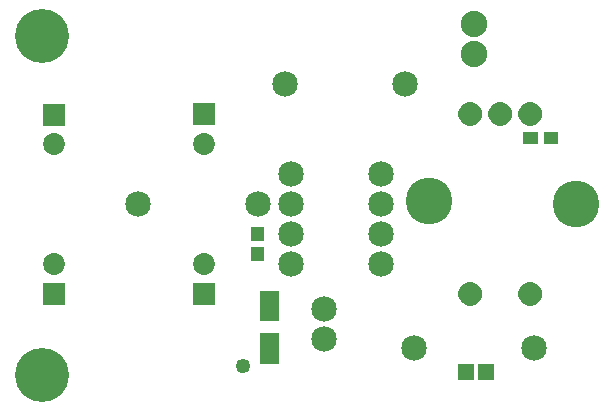
<source format=gts>
G04 MADE WITH FRITZING*
G04 WWW.FRITZING.ORG*
G04 DOUBLE SIDED*
G04 HOLES PLATED*
G04 CONTOUR ON CENTER OF CONTOUR VECTOR*
%ASAXBY*%
%FSLAX23Y23*%
%MOIN*%
%OFA0B0*%
%SFA1.0B1.0*%
%ADD10C,0.085000*%
%ADD11C,0.155669*%
%ADD12C,0.049370*%
%ADD13C,0.072992*%
%ADD14C,0.180000*%
%ADD15C,0.088000*%
%ADD16R,0.057244X0.053307*%
%ADD17R,0.072992X0.072992*%
%ADD18C,0.010000*%
%ADD19C,0.030000*%
%ADD20R,0.001000X0.001000*%
%LNMASK1*%
G90*
G70*
G54D10*
X919Y1157D03*
X1319Y1157D03*
X1750Y277D03*
X1350Y277D03*
X829Y757D03*
X429Y757D03*
G54D11*
X1399Y767D03*
X1889Y757D03*
G54D10*
X1050Y307D03*
X1050Y407D03*
G54D12*
X779Y217D03*
G54D13*
X650Y458D03*
X650Y557D03*
X650Y458D03*
X650Y557D03*
X150Y458D03*
X150Y557D03*
X150Y458D03*
X150Y557D03*
X651Y1056D03*
X651Y958D03*
X651Y1056D03*
X651Y958D03*
X150Y1055D03*
X150Y957D03*
X150Y1055D03*
X150Y957D03*
G54D14*
X110Y1317D03*
X109Y187D03*
G54D10*
X1239Y557D03*
X939Y557D03*
X1239Y657D03*
X939Y657D03*
X1239Y757D03*
X939Y757D03*
X1239Y857D03*
X939Y857D03*
G54D15*
X1550Y1257D03*
X1550Y1357D03*
G54D16*
X1589Y197D03*
X1522Y197D03*
G54D17*
X650Y458D03*
X650Y458D03*
X150Y458D03*
X150Y458D03*
X651Y1056D03*
X651Y1056D03*
X150Y1055D03*
X150Y1055D03*
G54D18*
G36*
X1782Y956D02*
X1782Y999D01*
X1830Y999D01*
X1830Y956D01*
X1782Y956D01*
G37*
D02*
G36*
X1715Y956D02*
X1715Y999D01*
X1763Y999D01*
X1763Y956D01*
X1715Y956D01*
G37*
D02*
G36*
X851Y634D02*
X807Y634D01*
X807Y681D01*
X851Y681D01*
X851Y634D01*
G37*
D02*
G36*
X851Y567D02*
X807Y567D01*
X807Y614D01*
X851Y614D01*
X851Y567D01*
G37*
D02*
G54D19*
G36*
X1022Y334D02*
X1077Y334D01*
X1077Y279D01*
X1022Y279D01*
X1022Y334D01*
G37*
D02*
G54D18*
G36*
X837Y327D02*
X900Y327D01*
X900Y224D01*
X837Y224D01*
X837Y327D01*
G37*
D02*
G36*
X837Y468D02*
X900Y468D01*
X900Y366D01*
X837Y366D01*
X837Y468D01*
G37*
D02*
G54D19*
G36*
X1211Y530D02*
X1211Y585D01*
X1266Y585D01*
X1266Y530D01*
X1211Y530D01*
G37*
D02*
G36*
X1521Y1228D02*
X1521Y1286D01*
X1579Y1286D01*
X1579Y1228D01*
X1521Y1228D01*
G37*
D02*
G54D20*
X1533Y1097D02*
X1543Y1097D01*
X1633Y1097D02*
X1643Y1097D01*
X1733Y1097D02*
X1743Y1097D01*
X1529Y1096D02*
X1547Y1096D01*
X1629Y1096D02*
X1647Y1096D01*
X1728Y1096D02*
X1747Y1096D01*
X1526Y1095D02*
X1550Y1095D01*
X1626Y1095D02*
X1650Y1095D01*
X1726Y1095D02*
X1750Y1095D01*
X1523Y1094D02*
X1552Y1094D01*
X1623Y1094D02*
X1652Y1094D01*
X1723Y1094D02*
X1752Y1094D01*
X1521Y1093D02*
X1554Y1093D01*
X1621Y1093D02*
X1654Y1093D01*
X1721Y1093D02*
X1754Y1093D01*
X1520Y1092D02*
X1556Y1092D01*
X1620Y1092D02*
X1656Y1092D01*
X1720Y1092D02*
X1756Y1092D01*
X1518Y1091D02*
X1557Y1091D01*
X1618Y1091D02*
X1657Y1091D01*
X1718Y1091D02*
X1757Y1091D01*
X1517Y1090D02*
X1559Y1090D01*
X1617Y1090D02*
X1659Y1090D01*
X1717Y1090D02*
X1759Y1090D01*
X1515Y1089D02*
X1560Y1089D01*
X1615Y1089D02*
X1660Y1089D01*
X1715Y1089D02*
X1760Y1089D01*
X1514Y1088D02*
X1561Y1088D01*
X1614Y1088D02*
X1661Y1088D01*
X1714Y1088D02*
X1761Y1088D01*
X1513Y1087D02*
X1563Y1087D01*
X1613Y1087D02*
X1663Y1087D01*
X1713Y1087D02*
X1762Y1087D01*
X1512Y1086D02*
X1564Y1086D01*
X1612Y1086D02*
X1664Y1086D01*
X1712Y1086D02*
X1764Y1086D01*
X1511Y1085D02*
X1565Y1085D01*
X1611Y1085D02*
X1665Y1085D01*
X1711Y1085D02*
X1765Y1085D01*
X1510Y1084D02*
X1566Y1084D01*
X1610Y1084D02*
X1666Y1084D01*
X1710Y1084D02*
X1766Y1084D01*
X1509Y1083D02*
X1567Y1083D01*
X1609Y1083D02*
X1667Y1083D01*
X1709Y1083D02*
X1766Y1083D01*
X1508Y1082D02*
X1567Y1082D01*
X1608Y1082D02*
X1667Y1082D01*
X1708Y1082D02*
X1767Y1082D01*
X1507Y1081D02*
X1568Y1081D01*
X1607Y1081D02*
X1668Y1081D01*
X1707Y1081D02*
X1768Y1081D01*
X1506Y1080D02*
X1569Y1080D01*
X1606Y1080D02*
X1669Y1080D01*
X1706Y1080D02*
X1769Y1080D01*
X1506Y1079D02*
X1570Y1079D01*
X1606Y1079D02*
X1670Y1079D01*
X1706Y1079D02*
X1770Y1079D01*
X1505Y1078D02*
X1570Y1078D01*
X1605Y1078D02*
X1670Y1078D01*
X1705Y1078D02*
X1770Y1078D01*
X1504Y1077D02*
X1571Y1077D01*
X1604Y1077D02*
X1671Y1077D01*
X1704Y1077D02*
X1771Y1077D01*
X1504Y1076D02*
X1572Y1076D01*
X1604Y1076D02*
X1672Y1076D01*
X1704Y1076D02*
X1772Y1076D01*
X1503Y1075D02*
X1572Y1075D01*
X1603Y1075D02*
X1672Y1075D01*
X1703Y1075D02*
X1772Y1075D01*
X1503Y1074D02*
X1573Y1074D01*
X1603Y1074D02*
X1673Y1074D01*
X1702Y1074D02*
X1773Y1074D01*
X1502Y1073D02*
X1573Y1073D01*
X1602Y1073D02*
X1673Y1073D01*
X1702Y1073D02*
X1773Y1073D01*
X1502Y1072D02*
X1574Y1072D01*
X1602Y1072D02*
X1674Y1072D01*
X1701Y1072D02*
X1774Y1072D01*
X1501Y1071D02*
X1574Y1071D01*
X1601Y1071D02*
X1674Y1071D01*
X1701Y1071D02*
X1774Y1071D01*
X1501Y1070D02*
X1575Y1070D01*
X1601Y1070D02*
X1675Y1070D01*
X1701Y1070D02*
X1775Y1070D01*
X1500Y1069D02*
X1575Y1069D01*
X1600Y1069D02*
X1675Y1069D01*
X1700Y1069D02*
X1775Y1069D01*
X1500Y1068D02*
X1575Y1068D01*
X1600Y1068D02*
X1675Y1068D01*
X1700Y1068D02*
X1775Y1068D01*
X1500Y1067D02*
X1576Y1067D01*
X1600Y1067D02*
X1676Y1067D01*
X1700Y1067D02*
X1776Y1067D01*
X1499Y1066D02*
X1576Y1066D01*
X1599Y1066D02*
X1676Y1066D01*
X1699Y1066D02*
X1776Y1066D01*
X1499Y1065D02*
X1576Y1065D01*
X1599Y1065D02*
X1676Y1065D01*
X1699Y1065D02*
X1776Y1065D01*
X1499Y1064D02*
X1577Y1064D01*
X1599Y1064D02*
X1676Y1064D01*
X1699Y1064D02*
X1776Y1064D01*
X1499Y1063D02*
X1577Y1063D01*
X1599Y1063D02*
X1677Y1063D01*
X1699Y1063D02*
X1777Y1063D01*
X1499Y1062D02*
X1577Y1062D01*
X1599Y1062D02*
X1677Y1062D01*
X1698Y1062D02*
X1777Y1062D01*
X1498Y1061D02*
X1577Y1061D01*
X1598Y1061D02*
X1677Y1061D01*
X1698Y1061D02*
X1777Y1061D01*
X1498Y1060D02*
X1577Y1060D01*
X1598Y1060D02*
X1677Y1060D01*
X1698Y1060D02*
X1777Y1060D01*
X1498Y1059D02*
X1577Y1059D01*
X1598Y1059D02*
X1677Y1059D01*
X1698Y1059D02*
X1777Y1059D01*
X1498Y1058D02*
X1577Y1058D01*
X1598Y1058D02*
X1677Y1058D01*
X1698Y1058D02*
X1777Y1058D01*
X1498Y1057D02*
X1577Y1057D01*
X1598Y1057D02*
X1677Y1057D01*
X1698Y1057D02*
X1777Y1057D01*
X1498Y1056D02*
X1577Y1056D01*
X1598Y1056D02*
X1677Y1056D01*
X1698Y1056D02*
X1777Y1056D01*
X1498Y1055D02*
X1577Y1055D01*
X1598Y1055D02*
X1677Y1055D01*
X1698Y1055D02*
X1777Y1055D01*
X1498Y1054D02*
X1577Y1054D01*
X1598Y1054D02*
X1677Y1054D01*
X1698Y1054D02*
X1777Y1054D01*
X1499Y1053D02*
X1577Y1053D01*
X1599Y1053D02*
X1677Y1053D01*
X1698Y1053D02*
X1777Y1053D01*
X1499Y1052D02*
X1577Y1052D01*
X1599Y1052D02*
X1677Y1052D01*
X1699Y1052D02*
X1777Y1052D01*
X1499Y1051D02*
X1577Y1051D01*
X1599Y1051D02*
X1676Y1051D01*
X1699Y1051D02*
X1776Y1051D01*
X1499Y1050D02*
X1576Y1050D01*
X1599Y1050D02*
X1676Y1050D01*
X1699Y1050D02*
X1776Y1050D01*
X1499Y1049D02*
X1576Y1049D01*
X1599Y1049D02*
X1676Y1049D01*
X1699Y1049D02*
X1776Y1049D01*
X1500Y1048D02*
X1576Y1048D01*
X1600Y1048D02*
X1676Y1048D01*
X1700Y1048D02*
X1776Y1048D01*
X1500Y1047D02*
X1575Y1047D01*
X1600Y1047D02*
X1675Y1047D01*
X1700Y1047D02*
X1775Y1047D01*
X1500Y1046D02*
X1575Y1046D01*
X1600Y1046D02*
X1675Y1046D01*
X1700Y1046D02*
X1775Y1046D01*
X1501Y1045D02*
X1575Y1045D01*
X1601Y1045D02*
X1675Y1045D01*
X1701Y1045D02*
X1775Y1045D01*
X1501Y1044D02*
X1574Y1044D01*
X1601Y1044D02*
X1674Y1044D01*
X1701Y1044D02*
X1774Y1044D01*
X1502Y1043D02*
X1574Y1043D01*
X1602Y1043D02*
X1674Y1043D01*
X1701Y1043D02*
X1774Y1043D01*
X1502Y1042D02*
X1573Y1042D01*
X1602Y1042D02*
X1673Y1042D01*
X1702Y1042D02*
X1773Y1042D01*
X1503Y1041D02*
X1573Y1041D01*
X1603Y1041D02*
X1673Y1041D01*
X1702Y1041D02*
X1773Y1041D01*
X1503Y1040D02*
X1572Y1040D01*
X1603Y1040D02*
X1672Y1040D01*
X1703Y1040D02*
X1772Y1040D01*
X1504Y1039D02*
X1572Y1039D01*
X1604Y1039D02*
X1672Y1039D01*
X1704Y1039D02*
X1772Y1039D01*
X1504Y1038D02*
X1571Y1038D01*
X1604Y1038D02*
X1671Y1038D01*
X1704Y1038D02*
X1771Y1038D01*
X1505Y1037D02*
X1570Y1037D01*
X1605Y1037D02*
X1670Y1037D01*
X1705Y1037D02*
X1770Y1037D01*
X1506Y1036D02*
X1570Y1036D01*
X1606Y1036D02*
X1670Y1036D01*
X1706Y1036D02*
X1770Y1036D01*
X1506Y1035D02*
X1569Y1035D01*
X1606Y1035D02*
X1669Y1035D01*
X1706Y1035D02*
X1769Y1035D01*
X1507Y1034D02*
X1568Y1034D01*
X1607Y1034D02*
X1668Y1034D01*
X1707Y1034D02*
X1768Y1034D01*
X1508Y1033D02*
X1567Y1033D01*
X1608Y1033D02*
X1667Y1033D01*
X1708Y1033D02*
X1767Y1033D01*
X1509Y1032D02*
X1567Y1032D01*
X1609Y1032D02*
X1667Y1032D01*
X1709Y1032D02*
X1766Y1032D01*
X1510Y1031D02*
X1566Y1031D01*
X1610Y1031D02*
X1666Y1031D01*
X1710Y1031D02*
X1766Y1031D01*
X1511Y1030D02*
X1565Y1030D01*
X1611Y1030D02*
X1665Y1030D01*
X1711Y1030D02*
X1765Y1030D01*
X1512Y1029D02*
X1564Y1029D01*
X1612Y1029D02*
X1664Y1029D01*
X1712Y1029D02*
X1764Y1029D01*
X1513Y1028D02*
X1563Y1028D01*
X1613Y1028D02*
X1663Y1028D01*
X1713Y1028D02*
X1762Y1028D01*
X1514Y1027D02*
X1561Y1027D01*
X1614Y1027D02*
X1661Y1027D01*
X1714Y1027D02*
X1761Y1027D01*
X1515Y1026D02*
X1560Y1026D01*
X1615Y1026D02*
X1660Y1026D01*
X1715Y1026D02*
X1760Y1026D01*
X1517Y1025D02*
X1559Y1025D01*
X1617Y1025D02*
X1659Y1025D01*
X1717Y1025D02*
X1759Y1025D01*
X1518Y1024D02*
X1557Y1024D01*
X1618Y1024D02*
X1657Y1024D01*
X1718Y1024D02*
X1757Y1024D01*
X1520Y1023D02*
X1556Y1023D01*
X1620Y1023D02*
X1656Y1023D01*
X1720Y1023D02*
X1756Y1023D01*
X1521Y1022D02*
X1554Y1022D01*
X1621Y1022D02*
X1654Y1022D01*
X1721Y1022D02*
X1754Y1022D01*
X1523Y1021D02*
X1552Y1021D01*
X1623Y1021D02*
X1652Y1021D01*
X1723Y1021D02*
X1752Y1021D01*
X1526Y1020D02*
X1550Y1020D01*
X1626Y1020D02*
X1650Y1020D01*
X1726Y1020D02*
X1750Y1020D01*
X1529Y1019D02*
X1547Y1019D01*
X1629Y1019D02*
X1647Y1019D01*
X1728Y1019D02*
X1747Y1019D01*
X1533Y1018D02*
X1543Y1018D01*
X1633Y1018D02*
X1643Y1018D01*
X1733Y1018D02*
X1743Y1018D01*
X1532Y497D02*
X1544Y497D01*
X1731Y497D02*
X1744Y497D01*
X1528Y496D02*
X1548Y496D01*
X1728Y496D02*
X1747Y496D01*
X1525Y495D02*
X1550Y495D01*
X1725Y495D02*
X1750Y495D01*
X1523Y494D02*
X1552Y494D01*
X1723Y494D02*
X1752Y494D01*
X1521Y493D02*
X1554Y493D01*
X1721Y493D02*
X1754Y493D01*
X1519Y492D02*
X1556Y492D01*
X1719Y492D02*
X1756Y492D01*
X1518Y491D02*
X1558Y491D01*
X1718Y491D02*
X1758Y491D01*
X1516Y490D02*
X1559Y490D01*
X1716Y490D02*
X1759Y490D01*
X1515Y489D02*
X1560Y489D01*
X1715Y489D02*
X1760Y489D01*
X1514Y488D02*
X1562Y488D01*
X1714Y488D02*
X1762Y488D01*
X1513Y487D02*
X1563Y487D01*
X1713Y487D02*
X1763Y487D01*
X1512Y486D02*
X1564Y486D01*
X1711Y486D02*
X1764Y486D01*
X1511Y485D02*
X1565Y485D01*
X1710Y485D02*
X1765Y485D01*
X1510Y484D02*
X1566Y484D01*
X1709Y484D02*
X1766Y484D01*
X1509Y483D02*
X1567Y483D01*
X1709Y483D02*
X1767Y483D01*
X1508Y482D02*
X1568Y482D01*
X1708Y482D02*
X1768Y482D01*
X1507Y481D02*
X1568Y481D01*
X1707Y481D02*
X1768Y481D01*
X1506Y480D02*
X1569Y480D01*
X1706Y480D02*
X1769Y480D01*
X1505Y479D02*
X1570Y479D01*
X1705Y479D02*
X1770Y479D01*
X1505Y478D02*
X1571Y478D01*
X1705Y478D02*
X1771Y478D01*
X1504Y477D02*
X1571Y477D01*
X1704Y477D02*
X1771Y477D01*
X1504Y476D02*
X1572Y476D01*
X1703Y476D02*
X1772Y476D01*
X1503Y475D02*
X1572Y475D01*
X1703Y475D02*
X1772Y475D01*
X1502Y474D02*
X1573Y474D01*
X1702Y474D02*
X1773Y474D01*
X1502Y473D02*
X1573Y473D01*
X1702Y473D02*
X1773Y473D01*
X1501Y472D02*
X1574Y472D01*
X1701Y472D02*
X1774Y472D01*
X1501Y471D02*
X1574Y471D01*
X1701Y471D02*
X1774Y471D01*
X1501Y470D02*
X1575Y470D01*
X1701Y470D02*
X1775Y470D01*
X1500Y469D02*
X1575Y469D01*
X1700Y469D02*
X1775Y469D01*
X1500Y468D02*
X1576Y468D01*
X1700Y468D02*
X1775Y468D01*
X1500Y467D02*
X1576Y467D01*
X1700Y467D02*
X1776Y467D01*
X1499Y466D02*
X1576Y466D01*
X1699Y466D02*
X1776Y466D01*
X1499Y465D02*
X1576Y465D01*
X1699Y465D02*
X1776Y465D01*
X1499Y464D02*
X1577Y464D01*
X1699Y464D02*
X1776Y464D01*
X1499Y463D02*
X1577Y463D01*
X1699Y463D02*
X1777Y463D01*
X1499Y462D02*
X1577Y462D01*
X1698Y462D02*
X1777Y462D01*
X1498Y461D02*
X1577Y461D01*
X1698Y461D02*
X1777Y461D01*
X1498Y460D02*
X1577Y460D01*
X1698Y460D02*
X1777Y460D01*
X1498Y459D02*
X1577Y459D01*
X1698Y459D02*
X1777Y459D01*
X1498Y458D02*
X1577Y458D01*
X1698Y458D02*
X1777Y458D01*
X1498Y457D02*
X1577Y457D01*
X1698Y457D02*
X1777Y457D01*
X1498Y456D02*
X1577Y456D01*
X1698Y456D02*
X1777Y456D01*
X1498Y455D02*
X1577Y455D01*
X1698Y455D02*
X1777Y455D01*
X1498Y454D02*
X1577Y454D01*
X1698Y454D02*
X1777Y454D01*
X1499Y453D02*
X1577Y453D01*
X1698Y453D02*
X1777Y453D01*
X1499Y452D02*
X1577Y452D01*
X1699Y452D02*
X1777Y452D01*
X1499Y451D02*
X1576Y451D01*
X1699Y451D02*
X1776Y451D01*
X1499Y450D02*
X1576Y450D01*
X1699Y450D02*
X1776Y450D01*
X1499Y449D02*
X1576Y449D01*
X1699Y449D02*
X1776Y449D01*
X1500Y448D02*
X1576Y448D01*
X1700Y448D02*
X1776Y448D01*
X1500Y447D02*
X1575Y447D01*
X1700Y447D02*
X1775Y447D01*
X1500Y446D02*
X1575Y446D01*
X1700Y446D02*
X1775Y446D01*
X1501Y445D02*
X1575Y445D01*
X1701Y445D02*
X1775Y445D01*
X1501Y444D02*
X1574Y444D01*
X1701Y444D02*
X1774Y444D01*
X1502Y443D02*
X1574Y443D01*
X1702Y443D02*
X1774Y443D01*
X1502Y442D02*
X1573Y442D01*
X1702Y442D02*
X1773Y442D01*
X1503Y441D02*
X1573Y441D01*
X1703Y441D02*
X1773Y441D01*
X1503Y440D02*
X1572Y440D01*
X1703Y440D02*
X1772Y440D01*
X1504Y439D02*
X1572Y439D01*
X1704Y439D02*
X1772Y439D01*
X1504Y438D02*
X1571Y438D01*
X1704Y438D02*
X1771Y438D01*
X1505Y437D02*
X1570Y437D01*
X1705Y437D02*
X1770Y437D01*
X1506Y436D02*
X1570Y436D01*
X1706Y436D02*
X1770Y436D01*
X1507Y435D02*
X1569Y435D01*
X1706Y435D02*
X1769Y435D01*
X1507Y434D02*
X1568Y434D01*
X1707Y434D02*
X1768Y434D01*
X1508Y433D02*
X1567Y433D01*
X1708Y433D02*
X1767Y433D01*
X1509Y432D02*
X1566Y432D01*
X1709Y432D02*
X1766Y432D01*
X1510Y431D02*
X1565Y431D01*
X1710Y431D02*
X1765Y431D01*
X1511Y430D02*
X1564Y430D01*
X1711Y430D02*
X1764Y430D01*
X1512Y429D02*
X1563Y429D01*
X1712Y429D02*
X1763Y429D01*
X1513Y428D02*
X1562Y428D01*
X1713Y428D02*
X1762Y428D01*
X1514Y427D02*
X1561Y427D01*
X1714Y427D02*
X1761Y427D01*
X1516Y426D02*
X1560Y426D01*
X1715Y426D02*
X1760Y426D01*
X1517Y425D02*
X1559Y425D01*
X1717Y425D02*
X1758Y425D01*
X1518Y424D02*
X1557Y424D01*
X1718Y424D02*
X1757Y424D01*
X1520Y423D02*
X1555Y423D01*
X1720Y423D02*
X1755Y423D01*
X1522Y422D02*
X1554Y422D01*
X1722Y422D02*
X1753Y422D01*
X1524Y421D02*
X1552Y421D01*
X1724Y421D02*
X1751Y421D01*
X1526Y420D02*
X1549Y420D01*
X1726Y420D02*
X1749Y420D01*
X1529Y419D02*
X1546Y419D01*
X1729Y419D02*
X1746Y419D01*
X1534Y418D02*
X1541Y418D01*
X1734Y418D02*
X1741Y418D01*
D02*
G04 End of Mask1*
M02*
</source>
